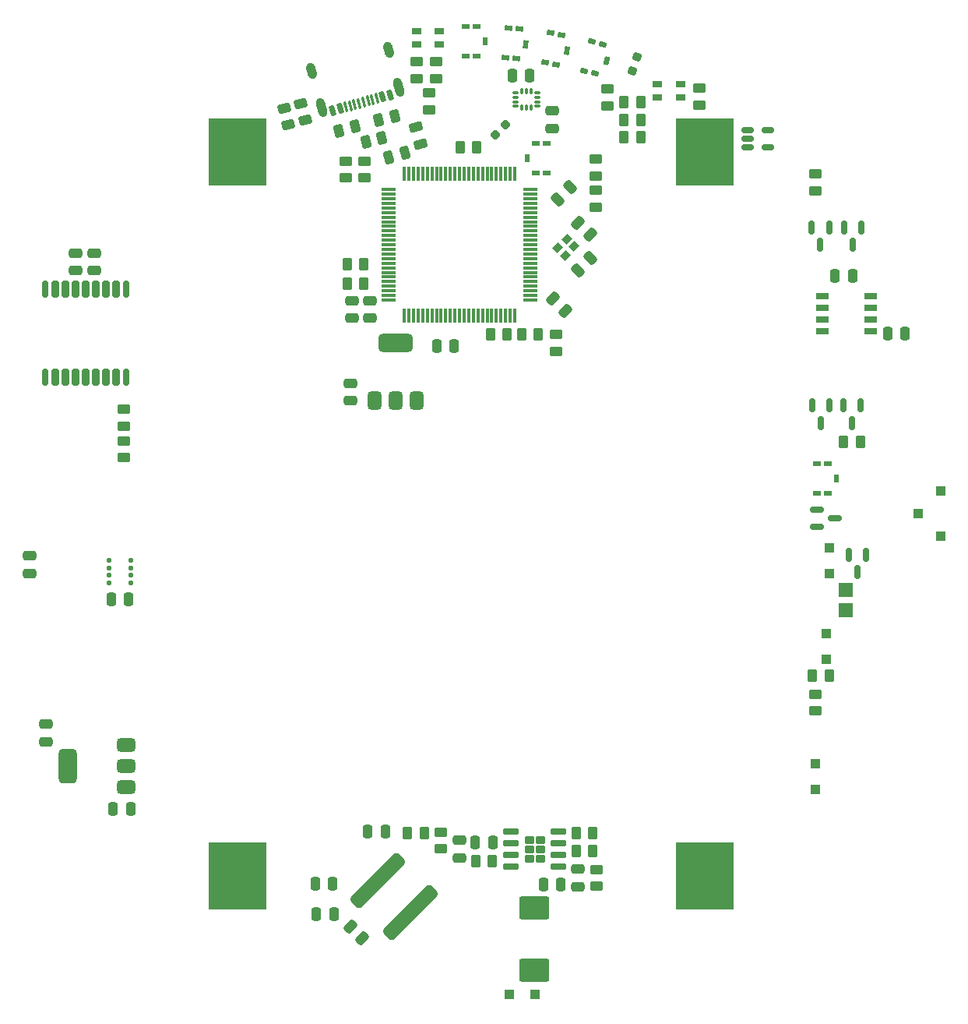
<source format=gbr>
%TF.GenerationSoftware,KiCad,Pcbnew,8.0.5*%
%TF.CreationDate,2025-02-19T23:04:31-05:00*%
%TF.ProjectId,airbrake_mod,61697262-7261-46b6-955f-6d6f642e6b69,rev?*%
%TF.SameCoordinates,Original*%
%TF.FileFunction,Paste,Top*%
%TF.FilePolarity,Positive*%
%FSLAX46Y46*%
G04 Gerber Fmt 4.6, Leading zero omitted, Abs format (unit mm)*
G04 Created by KiCad (PCBNEW 8.0.5) date 2025-02-19 23:04:31*
%MOMM*%
%LPD*%
G01*
G04 APERTURE LIST*
G04 Aperture macros list*
%AMRoundRect*
0 Rectangle with rounded corners*
0 $1 Rounding radius*
0 $2 $3 $4 $5 $6 $7 $8 $9 X,Y pos of 4 corners*
0 Add a 4 corners polygon primitive as box body*
4,1,4,$2,$3,$4,$5,$6,$7,$8,$9,$2,$3,0*
0 Add four circle primitives for the rounded corners*
1,1,$1+$1,$2,$3*
1,1,$1+$1,$4,$5*
1,1,$1+$1,$6,$7*
1,1,$1+$1,$8,$9*
0 Add four rect primitives between the rounded corners*
20,1,$1+$1,$2,$3,$4,$5,0*
20,1,$1+$1,$4,$5,$6,$7,0*
20,1,$1+$1,$6,$7,$8,$9,0*
20,1,$1+$1,$8,$9,$2,$3,0*%
%AMHorizOval*
0 Thick line with rounded ends*
0 $1 width*
0 $2 $3 position (X,Y) of the first rounded end (center of the circle)*
0 $4 $5 position (X,Y) of the second rounded end (center of the circle)*
0 Add line between two ends*
20,1,$1,$2,$3,$4,$5,0*
0 Add two circle primitives to create the rounded ends*
1,1,$1,$2,$3*
1,1,$1,$4,$5*%
%AMRotRect*
0 Rectangle, with rotation*
0 The origin of the aperture is its center*
0 $1 length*
0 $2 width*
0 $3 Rotation angle, in degrees counterclockwise*
0 Add horizontal line*
21,1,$1,$2,0,0,$3*%
G04 Aperture macros list end*
%ADD10RoundRect,0.150000X-0.587500X-0.150000X0.587500X-0.150000X0.587500X0.150000X-0.587500X0.150000X0*%
%ADD11R,1.000000X1.000000*%
%ADD12RoundRect,0.250000X0.450000X-0.262500X0.450000X0.262500X-0.450000X0.262500X-0.450000X-0.262500X0*%
%ADD13RoundRect,0.250000X0.300000X0.300000X-0.300000X0.300000X-0.300000X-0.300000X0.300000X-0.300000X0*%
%ADD14RoundRect,0.250000X-0.475000X0.250000X-0.475000X-0.250000X0.475000X-0.250000X0.475000X0.250000X0*%
%ADD15RoundRect,0.250000X0.475000X-0.250000X0.475000X0.250000X-0.475000X0.250000X-0.475000X-0.250000X0*%
%ADD16RoundRect,0.250000X0.300000X-0.300000X0.300000X0.300000X-0.300000X0.300000X-0.300000X-0.300000X0*%
%ADD17RoundRect,0.250000X-0.250000X-0.475000X0.250000X-0.475000X0.250000X0.475000X-0.250000X0.475000X0*%
%ADD18RoundRect,0.250000X-0.262500X-0.450000X0.262500X-0.450000X0.262500X0.450000X-0.262500X0.450000X0*%
%ADD19RotRect,0.900000X0.800000X225.000000*%
%ADD20RoundRect,0.250000X-0.450000X0.262500X-0.450000X-0.262500X0.450000X-0.262500X0.450000X0.262500X0*%
%ADD21RoundRect,0.150000X-0.512500X-0.150000X0.512500X-0.150000X0.512500X0.150000X-0.512500X0.150000X0*%
%ADD22RoundRect,0.150000X-0.150000X0.587500X-0.150000X-0.587500X0.150000X-0.587500X0.150000X0.587500X0*%
%ADD23R,1.500000X1.600000*%
%ADD24RoundRect,0.250000X0.262500X0.450000X-0.262500X0.450000X-0.262500X-0.450000X0.262500X-0.450000X0*%
%ADD25R,1.000000X0.800000*%
%ADD26RoundRect,0.125000X-0.137500X0.125000X-0.137500X-0.125000X0.137500X-0.125000X0.137500X0.125000X0*%
%ADD27R,6.350000X7.340000*%
%ADD28RoundRect,0.036089X-0.363911X-0.238911X0.363911X-0.238911X0.363911X0.238911X-0.363911X0.238911X0*%
%ADD29RoundRect,0.036089X-0.238911X0.413911X-0.238911X-0.413911X0.238911X-0.413911X0.238911X0.413911X0*%
%ADD30RoundRect,0.036089X0.363911X0.238911X-0.363911X0.238911X-0.363911X-0.238911X0.363911X-0.238911X0*%
%ADD31RoundRect,0.036089X0.238911X-0.413911X0.238911X0.413911X-0.238911X0.413911X-0.238911X-0.413911X0*%
%ADD32RoundRect,0.250000X-1.400000X-1.000000X1.400000X-1.000000X1.400000X1.000000X-1.400000X1.000000X0*%
%ADD33RoundRect,0.250000X0.250000X0.475000X-0.250000X0.475000X-0.250000X-0.475000X0.250000X-0.475000X0*%
%ADD34RoundRect,0.250000X-0.137087X-0.502607X0.370024X-0.366727X0.137087X0.502607X-0.370024X0.366727X0*%
%ADD35RoundRect,0.250000X-0.512652X-0.159099X-0.159099X-0.512652X0.512652X0.159099X0.159099X0.512652X0*%
%ADD36RoundRect,0.250000X-0.523520X0.118542X-0.394110X-0.364421X0.523520X-0.118542X0.394110X0.364421X0*%
%ADD37RoundRect,0.087500X0.087500X0.225000X-0.087500X0.225000X-0.087500X-0.225000X0.087500X-0.225000X0*%
%ADD38RoundRect,0.087500X0.225000X0.087500X-0.225000X0.087500X-0.225000X-0.087500X0.225000X-0.087500X0*%
%ADD39RoundRect,0.375000X0.625000X0.375000X-0.625000X0.375000X-0.625000X-0.375000X0.625000X-0.375000X0*%
%ADD40RoundRect,0.500000X0.500000X1.400000X-0.500000X1.400000X-0.500000X-1.400000X0.500000X-1.400000X0*%
%ADD41R,1.450000X0.800000*%
%ADD42RoundRect,0.250000X0.137087X0.502607X-0.370024X0.366727X-0.137087X-0.502607X0.370024X-0.366727X0*%
%ADD43RoundRect,0.218750X-0.165979X0.293200X-0.315613X-0.117915X0.165979X-0.293200X0.315613X0.117915X0*%
%ADD44RoundRect,0.250000X0.159099X-0.512652X0.512652X-0.159099X-0.159099X0.512652X-0.512652X0.159099X0*%
%ADD45RoundRect,0.036089X-0.383349X-0.206285X0.341704X-0.269719X0.383349X0.206285X-0.341704X0.269719X0*%
%ADD46RoundRect,0.036089X-0.201927X0.433158X-0.274077X-0.391513X0.201927X-0.433158X0.274077X0.391513X0*%
%ADD47RoundRect,0.250000X-0.159099X0.512652X-0.512652X0.159099X0.159099X-0.512652X0.512652X-0.159099X0*%
%ADD48RoundRect,0.150000X0.737500X0.150000X-0.737500X0.150000X-0.737500X-0.150000X0.737500X-0.150000X0*%
%ADD49RoundRect,0.222500X0.297500X0.222500X-0.297500X0.222500X-0.297500X-0.222500X0.297500X-0.222500X0*%
%ADD50HorizOval,1.000000X-0.103528X0.386370X0.103528X-0.386370X0*%
%ADD51HorizOval,1.000000X-0.142350X0.531259X0.142350X-0.531259X0*%
%ADD52RoundRect,0.150000X0.034891X0.449341X-0.254887X0.371696X-0.034891X-0.449341X0.254887X-0.371696X0*%
%ADD53RoundRect,0.075000X-0.056965X0.502374X-0.201854X0.463551X0.056965X-0.502374X0.201854X-0.463551X0*%
%ADD54RoundRect,0.375000X0.375000X-0.625000X0.375000X0.625000X-0.375000X0.625000X-0.375000X-0.625000X0*%
%ADD55RoundRect,0.500000X1.400000X-0.500000X1.400000X0.500000X-1.400000X0.500000X-1.400000X-0.500000X0*%
%ADD56RoundRect,0.218750X-0.026517X0.335876X-0.335876X0.026517X0.026517X-0.335876X0.335876X-0.026517X0*%
%ADD57RoundRect,0.075000X0.725000X0.075000X-0.725000X0.075000X-0.725000X-0.075000X0.725000X-0.075000X0*%
%ADD58RoundRect,0.075000X0.075000X0.725000X-0.075000X0.725000X-0.075000X-0.725000X0.075000X-0.725000X0*%
%ADD59RoundRect,0.175000X-0.175000X0.725000X-0.175000X-0.725000X0.175000X-0.725000X0.175000X0.725000X0*%
%ADD60RoundRect,0.200000X-0.200000X0.700000X-0.200000X-0.700000X0.200000X-0.700000X0.200000X0.700000X0*%
%ADD61RoundRect,0.400000X2.598617X2.032932X2.032932X2.598617X-2.598617X-2.032932X-2.032932X-2.598617X0*%
%ADD62RoundRect,0.250000X-0.502607X0.137087X-0.366727X-0.370024X0.502607X-0.137087X0.366727X0.370024X0*%
%ADD63RoundRect,0.250000X-0.118542X-0.523520X0.364421X-0.394110X0.118542X0.523520X-0.364421X0.394110X0*%
%ADD64RoundRect,0.036089X-0.399869X-0.172089X0.316896X-0.298474X0.399869X0.172089X-0.316896X0.298474X0*%
%ADD65RoundRect,0.036089X-0.163407X0.449109X-0.307156X-0.366136X0.163407X-0.449109X0.307156X0.366136X0*%
%ADD66RoundRect,0.250000X0.502607X-0.137087X0.366727X0.370024X-0.502607X0.137087X-0.366727X-0.370024X0*%
%ADD67RoundRect,0.036089X-0.413346X-0.136583X0.289676X-0.324957X0.413346X0.136583X-0.289676X0.324957X0*%
%ADD68RoundRect,0.036089X-0.123642X0.461642X-0.337898X-0.337973X0.123642X-0.461642X0.337898X0.337973X0*%
G04 APERTURE END LIST*
D10*
%TO.C,Q6*%
X137625000Y-99550000D03*
X137625000Y-101450000D03*
X139500000Y-100500000D03*
%TD*%
D11*
%TO.C,SW8*%
X151050000Y-102450000D03*
X148550000Y-100000000D03*
X151050000Y-97500000D03*
%TD*%
D12*
%TO.C,R35*%
X124800000Y-55612500D03*
X124800000Y-53787500D03*
%TD*%
%TO.C,R32*%
X137400000Y-64912500D03*
X137400000Y-63087500D03*
%TD*%
D13*
%TO.C,D11*%
X106900000Y-152250000D03*
X104100000Y-152250000D03*
%TD*%
D14*
%TO.C,C28*%
X108800000Y-58150000D03*
X108800000Y-56250000D03*
%TD*%
D15*
%TO.C,C27*%
X59000000Y-73600000D03*
X59000000Y-71700000D03*
%TD*%
D16*
%TO.C,D10*%
X138900000Y-106500000D03*
X138900000Y-103700000D03*
%TD*%
D17*
%TO.C,C26*%
X60850000Y-109300000D03*
X62750000Y-109300000D03*
%TD*%
D18*
%TO.C,R28*%
X140487500Y-92200000D03*
X142312500Y-92200000D03*
%TD*%
D19*
%TO.C,Y1*%
X110406066Y-70166117D03*
X109416117Y-71156066D03*
X110193934Y-71933883D03*
X111183883Y-70943934D03*
%TD*%
D14*
%TO.C,C25*%
X52000000Y-104600000D03*
X52000000Y-106500000D03*
%TD*%
D17*
%TO.C,C24*%
X145250000Y-80400000D03*
X147150000Y-80400000D03*
%TD*%
D20*
%TO.C,R34*%
X113550000Y-66712500D03*
X113550000Y-64887500D03*
%TD*%
%TO.C,R33*%
X113550000Y-61487500D03*
X113550000Y-63312500D03*
%TD*%
D21*
%TO.C,U10*%
X130012500Y-58300000D03*
X130012500Y-59250000D03*
X130012500Y-60200000D03*
X132287500Y-60200000D03*
X132287500Y-58300000D03*
%TD*%
D22*
%TO.C,Q5*%
X138912500Y-68912500D03*
X137012500Y-68912500D03*
X137962500Y-70787500D03*
%TD*%
%TO.C,Q4*%
X142407500Y-68912500D03*
X140507500Y-68912500D03*
X141457500Y-70787500D03*
%TD*%
%TO.C,Q3*%
X142000000Y-106337500D03*
X141050000Y-104462500D03*
X142950000Y-104462500D03*
%TD*%
D23*
%TO.C,BZ1*%
X140700000Y-110500000D03*
X140700000Y-108300000D03*
%TD*%
D24*
%TO.C,R31*%
X118412500Y-57200000D03*
X116587500Y-57200000D03*
%TD*%
%TO.C,R30*%
X118412500Y-59100000D03*
X116587500Y-59100000D03*
%TD*%
%TO.C,R29*%
X118412500Y-55300000D03*
X116587500Y-55300000D03*
%TD*%
D25*
%TO.C,D9*%
X120250000Y-53350000D03*
X120250000Y-54750000D03*
X122750000Y-54750000D03*
X122750000Y-53350000D03*
%TD*%
D26*
%TO.C,U9*%
X62975000Y-105100000D03*
X62975000Y-105900000D03*
X62975000Y-106700000D03*
X62975000Y-107500000D03*
X60600000Y-107500000D03*
X60600000Y-106700000D03*
X60600000Y-105900000D03*
X60600000Y-105100000D03*
%TD*%
D27*
%TO.C,BT2*%
X74599997Y-139329997D03*
X74599997Y-60669997D03*
%TD*%
D28*
%TO.C,SW2*%
X138800000Y-94570000D03*
X137600000Y-97830000D03*
X138800000Y-97830000D03*
D29*
X139680000Y-96200000D03*
D28*
X137600000Y-94570000D03*
%TD*%
D30*
%TO.C,SW1*%
X107000000Y-63030000D03*
X108200000Y-59770000D03*
X107000000Y-59770000D03*
D31*
X106120000Y-61400000D03*
D30*
X108200000Y-63030000D03*
%TD*%
D22*
%TO.C,Q2*%
X142350000Y-88262500D03*
X140450000Y-88262500D03*
X141400000Y-90137500D03*
%TD*%
%TO.C,Q1*%
X138950000Y-88262500D03*
X137050000Y-88262500D03*
X138000000Y-90137500D03*
%TD*%
D32*
%TO.C,D3*%
X106849997Y-142799997D03*
X106849997Y-149599997D03*
%TD*%
D33*
%TO.C,C17*%
X109749997Y-140269997D03*
X107849997Y-140269997D03*
%TD*%
D34*
%TO.C,R4*%
X88518590Y-59636169D03*
X90281404Y-59163825D03*
%TD*%
D35*
%TO.C,C6*%
X108878249Y-76628249D03*
X110221751Y-77971751D03*
%TD*%
D18*
%TO.C,R22*%
X137087500Y-117600000D03*
X138912500Y-117600000D03*
%TD*%
D36*
%TO.C,C8*%
X93954119Y-58032367D03*
X94445875Y-59867627D03*
%TD*%
D14*
%TO.C,C14*%
X111599997Y-138619997D03*
X111599997Y-140519997D03*
%TD*%
D37*
%TO.C,U8*%
X106500000Y-55912500D03*
X106000000Y-55912500D03*
X105500000Y-55912500D03*
D38*
X104837500Y-55750000D03*
X104837500Y-55250000D03*
X104837500Y-54750000D03*
X104837500Y-54250000D03*
D37*
X105500000Y-54087500D03*
X106000000Y-54087500D03*
X106500000Y-54087500D03*
D38*
X107162500Y-54250000D03*
X107162500Y-54750000D03*
X107162500Y-55250000D03*
X107162500Y-55750000D03*
%TD*%
D15*
%TO.C,C7*%
X57000000Y-73600000D03*
X57000000Y-71700000D03*
%TD*%
D20*
%TO.C,R10*%
X96699997Y-134587497D03*
X96699997Y-136412497D03*
%TD*%
D39*
%TO.C,U5*%
X62449997Y-129699997D03*
X62449997Y-127399997D03*
D40*
X56149997Y-127399997D03*
D39*
X62449997Y-125099997D03*
%TD*%
D41*
%TO.C,U6*%
X138174997Y-76394997D03*
X138174997Y-77664997D03*
X138174997Y-78934997D03*
X138174997Y-80204997D03*
X143424997Y-80204997D03*
X143424997Y-78934997D03*
X143424997Y-77664997D03*
X143424997Y-76394997D03*
%TD*%
D24*
%TO.C,R27*%
X100612500Y-60200000D03*
X98787500Y-60200000D03*
%TD*%
D42*
%TO.C,R2*%
X87360985Y-57941723D03*
X85598171Y-58414067D03*
%TD*%
D43*
%TO.C,D7*%
X118054387Y-50395976D03*
X117515707Y-51875992D03*
%TD*%
D44*
%TO.C,C5*%
X109428246Y-65871748D03*
X110771748Y-64528246D03*
%TD*%
D35*
%TO.C,C15*%
X86828246Y-144828246D03*
X88171748Y-146171748D03*
%TD*%
D33*
%TO.C,C22*%
X141450000Y-74200000D03*
X139550000Y-74200000D03*
%TD*%
D45*
%TO.C,SW6*%
X105210868Y-47323705D03*
X103731306Y-50466713D03*
X104926740Y-50571300D03*
D46*
X105945455Y-49024199D03*
D45*
X104015434Y-47219118D03*
%TD*%
D33*
%TO.C,C21*%
X85049997Y-143499997D03*
X83149997Y-143499997D03*
%TD*%
D47*
%TO.C,C1*%
X112971751Y-72228249D03*
X111628249Y-73571751D03*
%TD*%
D20*
%TO.C,R25*%
X96200000Y-50887500D03*
X96200000Y-52712500D03*
%TD*%
D17*
%TO.C,C23*%
X104450000Y-52400000D03*
X106350000Y-52400000D03*
%TD*%
D15*
%TO.C,C4*%
X88979997Y-78749997D03*
X88979997Y-76849997D03*
%TD*%
D20*
%TO.C,R24*%
X95400000Y-54287500D03*
X95400000Y-56112500D03*
%TD*%
D12*
%TO.C,R26*%
X114800000Y-53887500D03*
X114800000Y-55712500D03*
%TD*%
D24*
%TO.C,R11*%
X102312497Y-137724997D03*
X100487497Y-137724997D03*
%TD*%
D48*
%TO.C,U3*%
X104337497Y-138374997D03*
X104337497Y-137104997D03*
X104337497Y-135834997D03*
X104337497Y-134564997D03*
X109462497Y-134564997D03*
X109462497Y-135834997D03*
X109462497Y-137104997D03*
X109462497Y-138374997D03*
D49*
X106299997Y-135439997D03*
X106299997Y-136469997D03*
X106299997Y-137499997D03*
X107499997Y-135439997D03*
X107499997Y-136469997D03*
X107499997Y-137499997D03*
%TD*%
D50*
%TO.C,J2*%
X82648967Y-51879725D03*
D51*
X83730831Y-55917295D03*
D50*
X90994566Y-49643528D03*
D51*
X92076430Y-53681098D03*
D52*
X91143414Y-54526383D03*
X90370673Y-54733438D03*
D53*
X89742821Y-54901671D03*
X88776894Y-55160490D03*
X87328007Y-55548718D03*
X86362081Y-55807537D03*
D52*
X85734229Y-55975770D03*
X84961488Y-56182825D03*
X84961488Y-56182825D03*
X85734229Y-55975770D03*
D53*
X86845044Y-55678128D03*
X87810970Y-55419309D03*
X88293934Y-55289899D03*
X89259858Y-55031080D03*
D52*
X90370673Y-54733438D03*
X91143414Y-54526383D03*
%TD*%
D54*
%TO.C,U4*%
X89499997Y-87749997D03*
X91799997Y-87749997D03*
D55*
X91799997Y-81449997D03*
D54*
X94099997Y-87749997D03*
%TD*%
D20*
%TO.C,R17*%
X62199997Y-88687497D03*
X62199997Y-90512497D03*
%TD*%
D24*
%TO.C,R15*%
X88312497Y-74999997D03*
X86487497Y-74999997D03*
%TD*%
D15*
%TO.C,C9*%
X86999997Y-78749997D03*
X86999997Y-76849997D03*
%TD*%
D24*
%TO.C,R1*%
X103912497Y-80499997D03*
X102087497Y-80499997D03*
%TD*%
D20*
%TO.C,R6*%
X88399997Y-61687497D03*
X88399997Y-63512497D03*
%TD*%
%TO.C,R5*%
X86399997Y-61687497D03*
X86399997Y-63512497D03*
%TD*%
%TO.C,R21*%
X137400000Y-119600000D03*
X137400000Y-121425000D03*
%TD*%
D56*
%TO.C,D8*%
X103756847Y-57743153D03*
X102643153Y-58856847D03*
%TD*%
D20*
%TO.C,R18*%
X62199997Y-92087497D03*
X62199997Y-93912497D03*
%TD*%
D15*
%TO.C,C10*%
X86899997Y-87749997D03*
X86899997Y-85849997D03*
%TD*%
D57*
%TO.C,U1*%
X106404997Y-76789997D03*
X106404997Y-76289997D03*
X106404997Y-75789997D03*
X106404997Y-75289997D03*
X106404997Y-74789997D03*
X106404997Y-74289997D03*
X106404997Y-73789997D03*
X106404997Y-73289997D03*
X106404997Y-72789997D03*
X106404997Y-72289997D03*
X106404997Y-71789997D03*
X106404997Y-71289997D03*
X106404997Y-70789997D03*
X106404997Y-70289997D03*
X106404997Y-69789997D03*
X106404997Y-69289997D03*
X106404997Y-68789997D03*
X106404997Y-68289997D03*
X106404997Y-67789997D03*
X106404997Y-67289997D03*
X106404997Y-66789997D03*
X106404997Y-66289997D03*
X106404997Y-65789997D03*
X106404997Y-65289997D03*
X106404997Y-64789997D03*
D58*
X104729997Y-63114997D03*
X104229997Y-63114997D03*
X103729997Y-63114997D03*
X103229997Y-63114997D03*
X102729997Y-63114997D03*
X102229997Y-63114997D03*
X101729997Y-63114997D03*
X101229997Y-63114997D03*
X100729997Y-63114997D03*
X100229997Y-63114997D03*
X99729997Y-63114997D03*
X99229997Y-63114997D03*
X98729997Y-63114997D03*
X98229997Y-63114997D03*
X97729997Y-63114997D03*
X97229997Y-63114997D03*
X96729997Y-63114997D03*
X96229997Y-63114997D03*
X95729997Y-63114997D03*
X95229997Y-63114997D03*
X94729997Y-63114997D03*
X94229997Y-63114997D03*
X93729997Y-63114997D03*
X93229997Y-63114997D03*
X92729997Y-63114997D03*
D57*
X91054997Y-64789997D03*
X91054997Y-65289997D03*
X91054997Y-65789997D03*
X91054997Y-66289997D03*
X91054997Y-66789997D03*
X91054997Y-67289997D03*
X91054997Y-67789997D03*
X91054997Y-68289997D03*
X91054997Y-68789997D03*
X91054997Y-69289997D03*
X91054997Y-69789997D03*
X91054997Y-70289997D03*
X91054997Y-70789997D03*
X91054997Y-71289997D03*
X91054997Y-71789997D03*
X91054997Y-72289997D03*
X91054997Y-72789997D03*
X91054997Y-73289997D03*
X91054997Y-73789997D03*
X91054997Y-74289997D03*
X91054997Y-74789997D03*
X91054997Y-75289997D03*
X91054997Y-75789997D03*
X91054997Y-76289997D03*
X91054997Y-76789997D03*
D58*
X92729997Y-78464997D03*
X93229997Y-78464997D03*
X93729997Y-78464997D03*
X94229997Y-78464997D03*
X94729997Y-78464997D03*
X95229997Y-78464997D03*
X95729997Y-78464997D03*
X96229997Y-78464997D03*
X96729997Y-78464997D03*
X97229997Y-78464997D03*
X97729997Y-78464997D03*
X98229997Y-78464997D03*
X98729997Y-78464997D03*
X99229997Y-78464997D03*
X99729997Y-78464997D03*
X100229997Y-78464997D03*
X100729997Y-78464997D03*
X101229997Y-78464997D03*
X101729997Y-78464997D03*
X102229997Y-78464997D03*
X102729997Y-78464997D03*
X103229997Y-78464997D03*
X103729997Y-78464997D03*
X104229997Y-78464997D03*
X104729997Y-78464997D03*
%TD*%
D33*
%TO.C,C20*%
X84949997Y-140199997D03*
X83049997Y-140199997D03*
%TD*%
%TO.C,C12*%
X62949997Y-132099997D03*
X61049997Y-132099997D03*
%TD*%
D59*
%TO.C,U2*%
X62489997Y-75649997D03*
D60*
X61389997Y-75649997D03*
X60289997Y-75649997D03*
X59189997Y-75649997D03*
X58089997Y-75649997D03*
X56989997Y-75649997D03*
X55889997Y-75649997D03*
X54789997Y-75649997D03*
D59*
X53689997Y-75649997D03*
X53689997Y-85149997D03*
D60*
X54789997Y-85149997D03*
X55889997Y-85149997D03*
X56989997Y-85149997D03*
X58089997Y-85149997D03*
X59189997Y-85149997D03*
X60289997Y-85149997D03*
X61389997Y-85149997D03*
D59*
X62489997Y-85149997D03*
%TD*%
D16*
%TO.C,D5*%
X137400000Y-127200000D03*
X137400000Y-130000000D03*
%TD*%
D18*
%TO.C,R8*%
X111387497Y-136669997D03*
X113212497Y-136669997D03*
%TD*%
D12*
%TO.C,R19*%
X109200000Y-80537500D03*
X109200000Y-82362500D03*
%TD*%
D18*
%TO.C,R20*%
X105487497Y-80499997D03*
X107312497Y-80499997D03*
%TD*%
D20*
%TO.C,R23*%
X94100000Y-50887500D03*
X94100000Y-52712500D03*
%TD*%
D18*
%TO.C,R12*%
X111387497Y-134669997D03*
X113212497Y-134669997D03*
%TD*%
D61*
%TO.C,L1*%
X93367764Y-143367764D03*
X89832230Y-139832230D03*
%TD*%
D17*
%TO.C,C11*%
X96249997Y-81799997D03*
X98149997Y-81799997D03*
%TD*%
D34*
%TO.C,R3*%
X89944837Y-57249381D03*
X91707651Y-56777037D03*
%TD*%
D62*
%TO.C,R13*%
X81463825Y-55468590D03*
X81936169Y-57231404D03*
%TD*%
D24*
%TO.C,R16*%
X88324997Y-72899997D03*
X86499997Y-72899997D03*
%TD*%
D15*
%TO.C,C18*%
X98699997Y-137374997D03*
X98699997Y-135474997D03*
%TD*%
D63*
%TO.C,C3*%
X90982367Y-61285875D03*
X92817627Y-60794119D03*
%TD*%
D18*
%TO.C,R9*%
X93087497Y-134699997D03*
X94912497Y-134699997D03*
%TD*%
D35*
%TO.C,C2*%
X112971751Y-69721751D03*
X111628249Y-68378249D03*
%TD*%
D17*
%TO.C,C16*%
X88749997Y-134499997D03*
X90649997Y-134499997D03*
%TD*%
D25*
%TO.C,D6*%
X94050000Y-47600000D03*
X94050000Y-49000000D03*
X96550000Y-49000000D03*
X96550000Y-47600000D03*
%TD*%
D33*
%TO.C,C19*%
X102349997Y-135724997D03*
X100449997Y-135724997D03*
%TD*%
D64*
%TO.C,SW5*%
X109782080Y-47978311D03*
X108034218Y-50980407D03*
X109215987Y-51188785D03*
D65*
X110365663Y-49736358D03*
D64*
X108600311Y-47769933D03*
%TD*%
D16*
%TO.C,D4*%
X138600000Y-115800000D03*
X138600000Y-113000000D03*
%TD*%
D66*
%TO.C,R14*%
X80100909Y-57723160D03*
X79628565Y-55960346D03*
%TD*%
D14*
%TO.C,C13*%
X53799997Y-122882404D03*
X53799997Y-124782404D03*
%TD*%
D12*
%TO.C,R7*%
X113599997Y-140482497D03*
X113599997Y-138657497D03*
%TD*%
D28*
%TO.C,SW7*%
X100599997Y-47069997D03*
X99399997Y-50329997D03*
X100599997Y-50329997D03*
D29*
X101479997Y-48699997D03*
D28*
X99399997Y-47069997D03*
%TD*%
D67*
%TO.C,SW4*%
X114278845Y-49028834D03*
X113435094Y-52177753D03*
X112275983Y-51867170D03*
D68*
X114706984Y-50831054D03*
D67*
X113119734Y-48718251D03*
%TD*%
D27*
%TO.C,BT1*%
X125399997Y-139329997D03*
X125399997Y-60669997D03*
%TD*%
M02*

</source>
